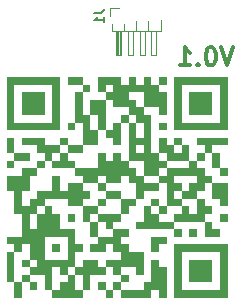
<source format=gbr>
%TF.GenerationSoftware,KiCad,Pcbnew,(6.0.0-0)*%
%TF.CreationDate,2022-03-19T01:27:07+08:00*%
%TF.ProjectId,PCB,5043422e-6b69-4636-9164-5f7063625858,rev?*%
%TF.SameCoordinates,Original*%
%TF.FileFunction,Legend,Bot*%
%TF.FilePolarity,Positive*%
%FSLAX46Y46*%
G04 Gerber Fmt 4.6, Leading zero omitted, Abs format (unit mm)*
G04 Created by KiCad (PCBNEW (6.0.0-0)) date 2022-03-19 01:27:07*
%MOMM*%
%LPD*%
G01*
G04 APERTURE LIST*
%ADD10C,0.300000*%
%ADD11C,0.150000*%
%ADD12C,0.120000*%
G04 APERTURE END LIST*
D10*
%TO.C,V0.1*%
X110822285Y-70665428D02*
X110314285Y-72189428D01*
X109806285Y-70665428D01*
X109008000Y-70665428D02*
X108862857Y-70665428D01*
X108717714Y-70738000D01*
X108645142Y-70810571D01*
X108572571Y-70955714D01*
X108500000Y-71246000D01*
X108500000Y-71608857D01*
X108572571Y-71899142D01*
X108645142Y-72044285D01*
X108717714Y-72116857D01*
X108862857Y-72189428D01*
X109008000Y-72189428D01*
X109153142Y-72116857D01*
X109225714Y-72044285D01*
X109298285Y-71899142D01*
X109370857Y-71608857D01*
X109370857Y-71246000D01*
X109298285Y-70955714D01*
X109225714Y-70810571D01*
X109153142Y-70738000D01*
X109008000Y-70665428D01*
X107846857Y-72044285D02*
X107774285Y-72116857D01*
X107846857Y-72189428D01*
X107919428Y-72116857D01*
X107846857Y-72044285D01*
X107846857Y-72189428D01*
X106322857Y-72189428D02*
X107193714Y-72189428D01*
X106758285Y-72189428D02*
X106758285Y-70665428D01*
X106903428Y-70883142D01*
X107048571Y-71028285D01*
X107193714Y-71100857D01*
D11*
%TO.C,J1*%
X99061904Y-67733333D02*
X99633333Y-67733333D01*
X99747619Y-67695238D01*
X99823809Y-67619047D01*
X99861904Y-67504761D01*
X99861904Y-67428571D01*
X99861904Y-68533333D02*
X99861904Y-68076190D01*
X99861904Y-68304761D02*
X99061904Y-68304761D01*
X99176190Y-68228571D01*
X99252380Y-68152380D01*
X99290476Y-68076190D01*
%TO.C,V0.1*%
G36*
X105840000Y-91860000D02*
G01*
X105840000Y-91200000D01*
X106480000Y-91200000D01*
X109700000Y-91200000D01*
X109700000Y-87980000D01*
X106480000Y-87980000D01*
X106480000Y-91200000D01*
X105840000Y-91200000D01*
X105840000Y-87340000D01*
X110360000Y-87340000D01*
X110360000Y-91860000D01*
X105840000Y-91860000D01*
G37*
G36*
X104540000Y-89280000D02*
G01*
X105200000Y-89280000D01*
X105200000Y-91860000D01*
X104540000Y-91860000D01*
X104540000Y-91200000D01*
X103900000Y-91200000D01*
X103900000Y-91860000D01*
X101320000Y-91860000D01*
X101320000Y-91200000D01*
X103260000Y-91200000D01*
X103260000Y-90560000D01*
X103900000Y-90560000D01*
X103900000Y-88620000D01*
X104540000Y-88620000D01*
X104540000Y-89280000D01*
G37*
G36*
X100680000Y-91860000D02*
G01*
X100040000Y-91860000D01*
X100040000Y-91200000D01*
X100680000Y-91200000D01*
X100680000Y-91860000D01*
G37*
G36*
X100040000Y-91200000D02*
G01*
X99380000Y-91200000D01*
X99380000Y-90560000D01*
X100040000Y-90560000D01*
X100040000Y-91200000D01*
G37*
G36*
X101320000Y-91200000D02*
G01*
X100680000Y-91200000D01*
X100680000Y-90560000D01*
X101320000Y-90560000D01*
X101320000Y-91200000D01*
G37*
G36*
X101960000Y-90560000D02*
G01*
X101320000Y-90560000D01*
X101320000Y-89920000D01*
X101960000Y-89920000D01*
X101960000Y-90560000D01*
G37*
G36*
X106480000Y-86700000D02*
G01*
X105840000Y-86700000D01*
X105840000Y-86040000D01*
X106480000Y-86040000D01*
X106480000Y-86700000D01*
G37*
G36*
X110360000Y-81540000D02*
G01*
X109700000Y-81540000D01*
X109700000Y-80880000D01*
X110360000Y-80880000D01*
X110360000Y-81540000D01*
G37*
G36*
X109700000Y-80880000D02*
G01*
X109060000Y-80880000D01*
X109060000Y-79600000D01*
X109700000Y-79600000D01*
X109700000Y-80880000D01*
G37*
G36*
X108420000Y-80240000D02*
G01*
X107780000Y-80240000D01*
X107780000Y-79600000D01*
X108420000Y-79600000D01*
X108420000Y-80240000D01*
G37*
G36*
X110360000Y-78960000D02*
G01*
X109060000Y-78960000D01*
X109060000Y-79600000D01*
X108420000Y-79600000D01*
X108420000Y-78960000D01*
X107780000Y-78960000D01*
X107780000Y-78300000D01*
X110360000Y-78300000D01*
X110360000Y-78960000D01*
G37*
G36*
X97460000Y-77660000D02*
G01*
X96800000Y-77660000D01*
X96800000Y-77020000D01*
X97460000Y-77020000D01*
X97460000Y-77660000D01*
G37*
G36*
X98740000Y-74440000D02*
G01*
X98100000Y-74440000D01*
X98100000Y-73800000D01*
X98740000Y-73800000D01*
X98740000Y-74440000D01*
G37*
G36*
X98100000Y-73800000D02*
G01*
X96800000Y-73800000D01*
X96800000Y-73140000D01*
X98100000Y-73140000D01*
X98100000Y-73800000D01*
G37*
G36*
X105200000Y-73800000D02*
G01*
X104540000Y-73800000D01*
X104540000Y-73140000D01*
X105200000Y-73140000D01*
X105200000Y-73800000D01*
G37*
G36*
X110360000Y-84120000D02*
G01*
X109700000Y-84120000D01*
X109700000Y-83460000D01*
X109060000Y-83460000D01*
X109060000Y-82180000D01*
X110360000Y-82180000D01*
X110360000Y-84120000D01*
G37*
G36*
X109060000Y-86040000D02*
G01*
X109700000Y-86040000D01*
X109700000Y-86700000D01*
X108420000Y-86700000D01*
X108420000Y-85400000D01*
X109060000Y-85400000D01*
X109060000Y-86040000D01*
G37*
G36*
X94220000Y-91200000D02*
G01*
X93580000Y-91200000D01*
X93580000Y-90560000D01*
X94220000Y-90560000D01*
X94220000Y-91200000D01*
G37*
G36*
X106480000Y-78960000D02*
G01*
X107120000Y-78960000D01*
X107120000Y-80240000D01*
X107780000Y-80240000D01*
X107780000Y-80880000D01*
X108420000Y-80880000D01*
X108420000Y-81540000D01*
X109060000Y-81540000D01*
X109060000Y-82180000D01*
X108420000Y-82180000D01*
X108420000Y-82820000D01*
X107780000Y-82820000D01*
X107780000Y-83460000D01*
X108420000Y-83460000D01*
X108420000Y-84120000D01*
X109060000Y-84120000D01*
X109060000Y-84760000D01*
X108420000Y-84760000D01*
X108420000Y-85400000D01*
X105840000Y-85400000D01*
X105840000Y-86040000D01*
X102620000Y-86040000D01*
X102620000Y-85400000D01*
X103260000Y-85400000D01*
X103260000Y-84760000D01*
X103900000Y-84760000D01*
X104540000Y-84760000D01*
X104540000Y-85400000D01*
X105840000Y-85400000D01*
X105840000Y-84760000D01*
X107780000Y-84760000D01*
X107780000Y-83460000D01*
X106480000Y-83460000D01*
X106480000Y-82820000D01*
X105840000Y-82820000D01*
X105840000Y-83460000D01*
X106480000Y-83460000D01*
X106480000Y-84120000D01*
X105200000Y-84120000D01*
X105200000Y-84760000D01*
X104540000Y-84760000D01*
X104540000Y-84120000D01*
X103900000Y-84120000D01*
X103900000Y-84760000D01*
X103260000Y-84760000D01*
X103260000Y-84120000D01*
X103900000Y-84120000D01*
X103900000Y-83460000D01*
X104540000Y-83460000D01*
X104540000Y-84120000D01*
X105200000Y-84120000D01*
X105200000Y-82180000D01*
X105840000Y-82180000D01*
X106480000Y-82180000D01*
X106480000Y-82820000D01*
X107120000Y-82820000D01*
X107120000Y-82180000D01*
X107780000Y-82180000D01*
X107780000Y-81540000D01*
X105840000Y-81540000D01*
X105840000Y-82180000D01*
X105200000Y-82180000D01*
X104540000Y-82180000D01*
X104540000Y-81540000D01*
X105200000Y-81540000D01*
X105200000Y-80880000D01*
X107120000Y-80880000D01*
X107120000Y-80240000D01*
X105200000Y-80240000D01*
X105200000Y-79600000D01*
X104540000Y-79600000D01*
X104540000Y-80240000D01*
X105200000Y-80240000D01*
X105200000Y-80880000D01*
X104540000Y-80880000D01*
X104540000Y-81540000D01*
X103260000Y-81540000D01*
X103260000Y-80240000D01*
X101960000Y-80240000D01*
X101960000Y-80880000D01*
X102620000Y-80880000D01*
X102620000Y-81540000D01*
X103260000Y-81540000D01*
X103260000Y-82180000D01*
X104540000Y-82180000D01*
X104540000Y-82820000D01*
X103260000Y-82820000D01*
X103260000Y-83460000D01*
X102620000Y-83460000D01*
X102620000Y-82180000D01*
X101960000Y-82180000D01*
X101960000Y-81540000D01*
X101320000Y-81540000D01*
X101320000Y-82180000D01*
X100040000Y-82180000D01*
X100040000Y-81540000D01*
X99380000Y-81540000D01*
X99380000Y-82180000D01*
X98100000Y-82180000D01*
X98100000Y-82820000D01*
X98740000Y-82820000D01*
X98740000Y-83460000D01*
X98100000Y-83460000D01*
X98100000Y-84120000D01*
X96800000Y-84120000D01*
X96800000Y-83460000D01*
X94880000Y-83460000D01*
X94880000Y-84120000D01*
X94220000Y-84120000D01*
X94220000Y-84760000D01*
X93580000Y-84760000D01*
X93580000Y-86040000D01*
X94220000Y-86040000D01*
X94220000Y-84760000D01*
X94880000Y-84760000D01*
X94880000Y-84120000D01*
X95520000Y-84120000D01*
X95520000Y-84760000D01*
X96160000Y-84760000D01*
X96160000Y-86040000D01*
X97460000Y-86040000D01*
X97460000Y-87340000D01*
X98100000Y-87340000D01*
X98100000Y-87980000D01*
X97460000Y-87980000D01*
X97460000Y-89280000D01*
X98100000Y-89280000D01*
X98100000Y-88620000D01*
X99380000Y-88620000D01*
X99380000Y-89280000D01*
X100040000Y-89280000D01*
X100040000Y-88620000D01*
X101320000Y-88620000D01*
X101320000Y-87980000D01*
X100680000Y-87980000D01*
X100680000Y-87340000D01*
X100040000Y-87340000D01*
X100040000Y-87980000D01*
X98740000Y-87980000D01*
X98740000Y-87340000D01*
X99380000Y-87340000D01*
X99380000Y-86700000D01*
X100680000Y-86700000D01*
X100680000Y-86040000D01*
X100040000Y-86040000D01*
X100040000Y-85400000D01*
X99380000Y-85400000D01*
X99380000Y-84760000D01*
X101320000Y-84760000D01*
X101320000Y-83460000D01*
X102620000Y-83460000D01*
X102620000Y-84120000D01*
X101960000Y-84120000D01*
X101960000Y-84760000D01*
X101320000Y-84760000D01*
X101320000Y-85400000D01*
X100680000Y-85400000D01*
X100680000Y-86040000D01*
X101960000Y-86040000D01*
X101960000Y-86700000D01*
X101320000Y-86700000D01*
X101320000Y-87340000D01*
X101960000Y-87340000D01*
X101960000Y-87980000D01*
X103260000Y-87980000D01*
X103260000Y-89920000D01*
X102620000Y-89920000D01*
X102620000Y-89280000D01*
X101320000Y-89280000D01*
X101320000Y-89920000D01*
X100680000Y-89920000D01*
X100680000Y-89280000D01*
X100040000Y-89280000D01*
X100040000Y-89920000D01*
X98740000Y-89920000D01*
X98740000Y-91200000D01*
X98100000Y-91200000D01*
X98100000Y-89920000D01*
X97460000Y-89920000D01*
X97460000Y-89280000D01*
X96800000Y-89280000D01*
X96800000Y-89920000D01*
X97460000Y-89920000D01*
X97460000Y-91200000D01*
X98100000Y-91200000D01*
X98100000Y-91860000D01*
X95520000Y-91860000D01*
X95520000Y-91200000D01*
X96160000Y-91200000D01*
X96160000Y-90560000D01*
X96800000Y-90560000D01*
X96800000Y-89920000D01*
X96160000Y-89920000D01*
X96160000Y-89280000D01*
X95520000Y-89280000D01*
X95520000Y-91200000D01*
X94880000Y-91200000D01*
X94880000Y-89920000D01*
X93580000Y-89920000D01*
X93580000Y-90560000D01*
X92940000Y-90560000D01*
X92940000Y-91860000D01*
X92300000Y-91860000D01*
X92300000Y-90560000D01*
X92940000Y-90560000D01*
X92940000Y-89920000D01*
X93580000Y-89920000D01*
X93580000Y-89280000D01*
X94220000Y-89280000D01*
X94220000Y-88620000D01*
X94880000Y-88620000D01*
X96800000Y-88620000D01*
X96800000Y-86700000D01*
X94880000Y-86700000D01*
X94880000Y-88620000D01*
X94220000Y-88620000D01*
X93580000Y-88620000D01*
X93580000Y-87340000D01*
X92940000Y-87340000D01*
X92940000Y-87980000D01*
X92300000Y-87980000D01*
X92300000Y-90560000D01*
X91640000Y-90560000D01*
X91640000Y-87980000D01*
X92300000Y-87980000D01*
X92300000Y-87340000D01*
X91640000Y-87340000D01*
X91640000Y-86700000D01*
X92940000Y-86700000D01*
X92940000Y-84760000D01*
X92300000Y-84760000D01*
X92300000Y-84120000D01*
X92940000Y-84120000D01*
X93580000Y-84120000D01*
X93580000Y-83460000D01*
X94220000Y-83460000D01*
X94220000Y-82820000D01*
X95520000Y-82820000D01*
X95520000Y-81540000D01*
X96160000Y-81540000D01*
X96160000Y-82820000D01*
X96800000Y-82820000D01*
X96800000Y-82180000D01*
X98100000Y-82180000D01*
X98100000Y-81540000D01*
X97460000Y-81540000D01*
X97460000Y-80880000D01*
X99380000Y-80880000D01*
X99380000Y-79600000D01*
X100040000Y-79600000D01*
X100040000Y-80240000D01*
X100680000Y-80240000D01*
X100680000Y-79600000D01*
X101320000Y-79600000D01*
X101320000Y-80240000D01*
X101960000Y-80240000D01*
X101960000Y-79600000D01*
X102620000Y-79600000D01*
X103260000Y-79600000D01*
X103260000Y-78960000D01*
X102620000Y-78960000D01*
X102620000Y-79600000D01*
X101960000Y-79600000D01*
X101960000Y-78300000D01*
X102620000Y-78300000D01*
X103260000Y-78300000D01*
X103260000Y-77020000D01*
X102620000Y-77020000D01*
X102620000Y-78300000D01*
X101960000Y-78300000D01*
X101960000Y-77020000D01*
X102620000Y-77020000D01*
X102620000Y-76380000D01*
X101960000Y-76380000D01*
X101960000Y-75720000D01*
X100680000Y-75720000D01*
X100680000Y-75080000D01*
X100040000Y-75080000D01*
X100040000Y-77660000D01*
X99380000Y-77660000D01*
X99380000Y-76380000D01*
X98740000Y-76380000D01*
X98740000Y-77660000D01*
X99380000Y-77660000D01*
X99380000Y-78960000D01*
X98100000Y-78960000D01*
X98100000Y-79600000D01*
X96800000Y-79600000D01*
X96800000Y-78960000D01*
X96160000Y-78960000D01*
X96160000Y-79600000D01*
X95520000Y-79600000D01*
X95520000Y-80240000D01*
X94880000Y-80240000D01*
X94880000Y-80880000D01*
X94220000Y-80880000D01*
X94220000Y-81540000D01*
X93580000Y-81540000D01*
X93580000Y-82820000D01*
X92940000Y-82820000D01*
X92940000Y-84120000D01*
X92300000Y-84120000D01*
X92300000Y-82820000D01*
X91640000Y-82820000D01*
X91640000Y-81540000D01*
X92940000Y-81540000D01*
X92940000Y-80880000D01*
X94220000Y-80880000D01*
X94220000Y-80240000D01*
X94880000Y-80240000D01*
X94880000Y-79600000D01*
X94220000Y-79600000D01*
X94220000Y-78960000D01*
X92940000Y-78960000D01*
X92940000Y-78300000D01*
X94880000Y-78300000D01*
X94880000Y-78960000D01*
X96160000Y-78960000D01*
X96160000Y-78300000D01*
X96800000Y-78300000D01*
X96800000Y-78960000D01*
X98100000Y-78960000D01*
X98100000Y-77020000D01*
X97460000Y-77020000D01*
X97460000Y-74440000D01*
X98100000Y-74440000D01*
X98100000Y-76380000D01*
X98740000Y-76380000D01*
X98740000Y-75080000D01*
X100040000Y-75080000D01*
X100040000Y-74440000D01*
X100680000Y-74440000D01*
X100680000Y-73800000D01*
X100040000Y-73800000D01*
X100040000Y-74440000D01*
X99380000Y-74440000D01*
X99380000Y-73140000D01*
X101320000Y-73140000D01*
X101320000Y-73800000D01*
X101960000Y-73800000D01*
X101960000Y-73140000D01*
X102620000Y-73140000D01*
X102620000Y-73800000D01*
X103260000Y-73800000D01*
X103260000Y-73140000D01*
X103900000Y-73140000D01*
X103900000Y-73800000D01*
X104540000Y-73800000D01*
X104540000Y-74440000D01*
X105200000Y-74440000D01*
X105200000Y-76380000D01*
X104540000Y-76380000D01*
X104540000Y-75720000D01*
X103260000Y-75720000D01*
X103260000Y-74440000D01*
X101960000Y-74440000D01*
X101960000Y-75080000D01*
X102620000Y-75080000D01*
X102620000Y-75720000D01*
X103260000Y-75720000D01*
X103260000Y-76380000D01*
X103900000Y-76380000D01*
X103900000Y-79600000D01*
X104540000Y-79600000D01*
X104540000Y-78300000D01*
X105200000Y-78300000D01*
X105200000Y-78960000D01*
X105840000Y-78960000D01*
X105840000Y-78300000D01*
X106480000Y-78300000D01*
X106480000Y-78960000D01*
X105840000Y-78960000D01*
X105840000Y-79600000D01*
X106480000Y-79600000D01*
X106480000Y-78960000D01*
G37*
G36*
X107120000Y-84120000D02*
G01*
X107120000Y-84760000D01*
X106480000Y-84760000D01*
X106480000Y-84120000D01*
X107120000Y-84120000D01*
G37*
G36*
X105200000Y-87340000D02*
G01*
X104540000Y-87340000D01*
X104540000Y-87980000D01*
X103900000Y-87980000D01*
X103900000Y-86700000D01*
X105200000Y-86700000D01*
X105200000Y-87340000D01*
G37*
G36*
X107780000Y-86700000D02*
G01*
X107120000Y-86700000D01*
X107120000Y-86040000D01*
X107780000Y-86040000D01*
X107780000Y-86700000D01*
G37*
G36*
X110360000Y-85400000D02*
G01*
X109700000Y-85400000D01*
X109700000Y-84760000D01*
X110360000Y-84760000D01*
X110360000Y-85400000D01*
G37*
G36*
X92300000Y-80880000D02*
G01*
X91640000Y-80880000D01*
X91640000Y-80240000D01*
X92300000Y-80240000D01*
X92300000Y-80880000D01*
G37*
G36*
X93580000Y-80240000D02*
G01*
X92300000Y-80240000D01*
X92300000Y-79600000D01*
X93580000Y-79600000D01*
X93580000Y-80240000D01*
G37*
G36*
X92300000Y-79600000D02*
G01*
X91640000Y-79600000D01*
X91640000Y-78300000D01*
X92300000Y-78300000D01*
X92300000Y-79600000D01*
G37*
G36*
X105840000Y-77660000D02*
G01*
X105840000Y-77020000D01*
X106480000Y-77020000D01*
X109700000Y-77020000D01*
X109700000Y-73800000D01*
X106480000Y-73800000D01*
X106480000Y-77020000D01*
X105840000Y-77020000D01*
X105840000Y-73140000D01*
X110360000Y-73140000D01*
X110360000Y-77660000D01*
X105840000Y-77660000D01*
G37*
G36*
X105200000Y-77660000D02*
G01*
X104540000Y-77660000D01*
X104540000Y-77020000D01*
X105200000Y-77020000D01*
X105200000Y-77660000D01*
G37*
G36*
X91640000Y-77660000D02*
G01*
X91640000Y-77020000D01*
X92300000Y-77020000D01*
X95520000Y-77020000D01*
X95520000Y-73800000D01*
X92300000Y-73800000D01*
X92300000Y-77020000D01*
X91640000Y-77020000D01*
X91640000Y-73140000D01*
X96160000Y-73140000D01*
X96160000Y-77660000D01*
X91640000Y-77660000D01*
G37*
G36*
X109060000Y-90560000D02*
G01*
X107120000Y-90560000D01*
X107120000Y-88620000D01*
X109060000Y-88620000D01*
X109060000Y-90560000D01*
G37*
G36*
X99380000Y-86700000D02*
G01*
X98740000Y-86700000D01*
X98740000Y-85400000D01*
X99380000Y-85400000D01*
X99380000Y-86700000D01*
G37*
G36*
X99380000Y-84760000D02*
G01*
X98740000Y-84760000D01*
X98740000Y-85400000D01*
X98100000Y-85400000D01*
X98100000Y-84120000D01*
X99380000Y-84120000D01*
X99380000Y-84760000D01*
G37*
G36*
X100040000Y-84120000D02*
G01*
X99380000Y-84120000D01*
X99380000Y-83460000D01*
X100040000Y-83460000D01*
X100040000Y-84120000D01*
G37*
G36*
X101320000Y-83460000D02*
G01*
X100040000Y-83460000D01*
X100040000Y-82820000D01*
X101320000Y-82820000D01*
X101320000Y-83460000D01*
G37*
G36*
X100040000Y-82820000D02*
G01*
X99380000Y-82820000D01*
X99380000Y-82180000D01*
X100040000Y-82180000D01*
X100040000Y-82820000D01*
G37*
G36*
X97460000Y-85400000D02*
G01*
X96800000Y-85400000D01*
X96800000Y-84760000D01*
X97460000Y-84760000D01*
X97460000Y-85400000D01*
G37*
G36*
X96800000Y-80240000D02*
G01*
X97460000Y-80240000D01*
X97460000Y-80880000D01*
X95520000Y-80880000D01*
X95520000Y-80240000D01*
X96160000Y-80240000D01*
X96160000Y-79600000D01*
X96800000Y-79600000D01*
X96800000Y-80240000D01*
G37*
G36*
X101320000Y-78960000D02*
G01*
X100680000Y-78960000D01*
X100680000Y-78300000D01*
X100040000Y-78300000D01*
X100040000Y-77660000D01*
X100680000Y-77660000D01*
X100680000Y-77020000D01*
X101320000Y-77020000D01*
X101320000Y-78960000D01*
G37*
G36*
X101960000Y-77020000D02*
G01*
X101320000Y-77020000D01*
X101320000Y-76380000D01*
X101960000Y-76380000D01*
X101960000Y-77020000D01*
G37*
G36*
X93580000Y-89280000D02*
G01*
X92940000Y-89280000D01*
X92940000Y-88620000D01*
X93580000Y-88620000D01*
X93580000Y-89280000D01*
G37*
G36*
X96160000Y-87980000D02*
G01*
X95520000Y-87980000D01*
X95520000Y-87340000D01*
X96160000Y-87340000D01*
X96160000Y-87980000D01*
G37*
G36*
X109060000Y-76380000D02*
G01*
X107120000Y-76380000D01*
X107120000Y-74440000D01*
X109060000Y-74440000D01*
X109060000Y-76380000D01*
G37*
G36*
X94880000Y-76380000D02*
G01*
X92940000Y-76380000D01*
X92940000Y-74440000D01*
X94880000Y-74440000D01*
X94880000Y-76380000D01*
G37*
D12*
%TO.C,J1*%
X101116000Y-67282000D02*
X100431000Y-67282000D01*
X101906000Y-69277000D02*
X101906000Y-71277000D01*
X102906000Y-69277000D02*
X102906000Y-71277000D01*
X101616000Y-68652000D02*
X101616000Y-69277000D01*
X103906000Y-71277000D02*
X104326000Y-71277000D01*
X101086000Y-69277000D02*
X101086000Y-71277000D01*
X101906000Y-71277000D02*
X102326000Y-71277000D01*
X103616000Y-68435215D02*
X103616000Y-69277000D01*
X101206000Y-69277000D02*
X101206000Y-71277000D01*
X100431000Y-67282000D02*
X100431000Y-67967000D01*
X100556000Y-69277000D02*
X104676000Y-69277000D01*
X100966000Y-69277000D02*
X100966000Y-71277000D01*
X102326000Y-71277000D02*
X102326000Y-69277000D01*
X103906000Y-69277000D02*
X103906000Y-71277000D01*
X102616000Y-68435215D02*
X102616000Y-69277000D01*
X104676000Y-69277000D02*
X104676000Y-68361493D01*
X102906000Y-71277000D02*
X103326000Y-71277000D01*
X100906000Y-71277000D02*
X101326000Y-71277000D01*
X101326000Y-71277000D02*
X101326000Y-69277000D01*
X100906000Y-69277000D02*
X100906000Y-71277000D01*
X103326000Y-71277000D02*
X103326000Y-69277000D01*
X100556000Y-68652000D02*
X100556000Y-69277000D01*
X104326000Y-71277000D02*
X104326000Y-69277000D01*
%TD*%
M02*

</source>
